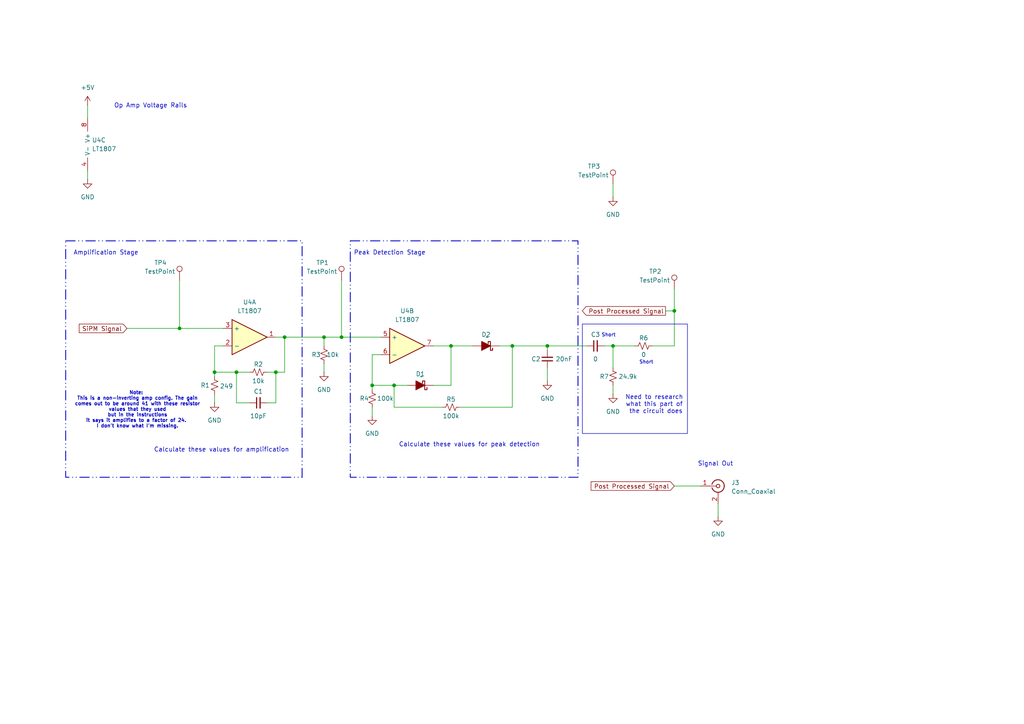
<source format=kicad_sch>
(kicad_sch (version 20250114) (generator "eeschema") (generator_version "9.0")
  (paper "A4")
  (lib_symbols
    (symbol "Connector:Conn_Coaxial" (pin_names (offset 1.016) (hide yes))
      (property "Reference" "J" (at 0.254 3.048 0))
      (property "Value" "Conn_Coaxial" (at 2.921 0 90))
      (symbol "Conn_Coaxial_0_1"
        (polyline (pts (xy -2.54 0) (xy -0.508 0)))
        (arc (start 1.778 0) (mid 0.222 -1.8079) (end -1.778 -0.508) (stroke (width 0.254)))
        (arc (start -1.778 0.508) (mid 0.2221 1.8084) (end 1.778 0) (stroke (width 0.254)))
        (circle (center 0 0) (radius 0.508) (stroke (width 0.2032)))
        (polyline (pts (xy 0 -2.54) (xy 0 -1.778)))
      )
      (symbol "Conn_Coaxial_1_1"
        (pin passive line (at -5.08 0 0) (length 2.54) (name "In") (number "1"))
        (pin passive line (at 0 -5.08 90) (length 2.54) (name "Ext") (number "2"))
      )
    )
    (symbol "Connector:TestPoint" (pin_numbers (hide yes)) (pin_names (offset 0.762) (hide yes))
      (property "Reference" "TP" (at 0 6.858 0))
      (property "Value" "TestPoint" (at 0 5.08 0))
      (symbol "TestPoint_0_1"
        (circle (center 0 3.302) (radius 0.762))
      )
      (symbol "TestPoint_1_1"
        (pin passive line (at 0 0 90) (length 2.54) (name "1") (number "1"))
      )
    )
    (symbol "Device:C_Small" (pin_numbers (hide yes)) (pin_names (offset 0.254) (hide yes))
      (property "Reference" "C" (at 0.254 1.778 0))
      (property "Value" "C_Small" (at 0.254 -2.032 0))
      (symbol "C_Small_0_1"
        (polyline (pts (xy -1.524 0.508) (xy 1.524 0.508)) (stroke (width 0.3048)))
        (polyline (pts (xy -1.524 -0.508) (xy 1.524 -0.508)) (stroke (width 0.3302)))
      )
      (symbol "C_Small_1_1"
        (pin passive line (at 0 2.54 270) (length 2.032) (name "~") (number "1"))
        (pin passive line (at 0 -2.54 90) (length 2.032) (name "~") (number "2"))
      )
    )
    (symbol "Device:D_Schottky_Filled" (pin_numbers (hide yes)) (pin_names (offset 1.016) (hide yes))
      (property "Reference" "D" (at 0 2.54 0))
      (property "Value" "D_Schottky_Filled" (at 0 -2.54 0))
      (symbol "D_Schottky_Filled_0_1"
        (polyline (pts (xy -1.905 0.635) (xy -1.905 1.27) (xy -1.27 1.27) (xy -1.27 -1.27) (xy -0.635 -1.27) (xy -0.635 -0.635)) (stroke (width 0.254)))
        (polyline (pts (xy 1.27 1.27) (xy 1.27 -1.27) (xy -1.27 0) (xy 1.27 1.27)) (stroke (width 0.254)) (fill (type outline)))
        (polyline (pts (xy 1.27 0) (xy -1.27 0)))
      )
      (symbol "D_Schottky_Filled_1_1"
        (pin passive line (at -3.81 0 0) (length 2.54) (name "K") (number "1"))
        (pin passive line (at 3.81 0 180) (length 2.54) (name "A") (number "2"))
      )
    )
    (symbol "Device:Opamp_Dual"
      (property "Reference" "U" (at 0 5.08 0))
      (property "Value" "Opamp_Dual" (at 0 -5.08 0))
      (symbol "Opamp_Dual_1_1"
        (polyline (pts (xy -5.08 5.08) (xy 5.08 0) (xy -5.08 -5.08) (xy -5.08 5.08)) (stroke (width 0.254)) (fill (type background)))
        (pin input line (at -7.62 2.54 0) (length 2.54) (name "+") (number "3"))
        (pin input line (at -7.62 -2.54 0) (length 2.54) (name "-") (number "2"))
        (pin output line (at 7.62 0 180) (length 2.54) (name "~") (number "1"))
      )
      (symbol "Opamp_Dual_2_1"
        (polyline (pts (xy -5.08 5.08) (xy 5.08 0) (xy -5.08 -5.08) (xy -5.08 5.08)) (stroke (width 0.254)) (fill (type background)))
        (pin input line (at -7.62 2.54 0) (length 2.54) (name "+") (number "5"))
        (pin input line (at -7.62 -2.54 0) (length 2.54) (name "-") (number "6"))
        (pin output line (at 7.62 0 180) (length 2.54) (name "~") (number "7"))
      )
      (symbol "Opamp_Dual_3_1"
        (pin power_in line (at -2.54 7.62 270) (length 3.81) (name "V+") (number "8"))
        (pin power_in line (at -2.54 -7.62 90) (length 3.81) (name "V-") (number "4"))
      )
    )
    (symbol "Device:R_Small_US" (pin_numbers (hide yes)) (pin_names (offset 0.254) (hide yes))
      (property "Reference" "R" (at 0.762 0.508 0))
      (property "Value" "R_Small_US" (at 0.762 -1.016 0))
      (symbol "R_Small_US_1_1"
        (polyline (pts (xy 0 1.524) (xy 1.016 1.143) (xy 0 0.762) (xy -1.016 0.381) (xy 0 0)))
        (polyline (pts (xy 0 0) (xy 1.016 -0.381) (xy 0 -0.762) (xy -1.016 -1.143) (xy 0 -1.524)))
        (pin passive line (at 0 2.54 270) (length 1.016) (name "~") (number "1"))
        (pin passive line (at 0 -2.54 90) (length 1.016) (name "~") (number "2"))
      )
    )
    (symbol "power:+5V" (power) (pin_numbers (hide yes)) (pin_names (offset 0) (hide yes))
      (property "Value" "+5V" (at 0 3.556 0))
      (symbol "+5V_0_1"
        (polyline (pts (xy -0.762 1.27) (xy 0 2.54)))
        (polyline (pts (xy 0 2.54) (xy 0.762 1.27)))
        (polyline (pts (xy 0 0) (xy 0 2.54)))
      )
      (symbol "+5V_1_1"
        (pin power_in line (at 0 0 90) (length 0) (name "~") (number "1"))
      )
    )
    (symbol "power:GND" (power) (pin_numbers (hide yes)) (pin_names (offset 0) (hide yes))
      (property "Value" "GND" (at 0 -3.81 0))
      (symbol "GND_0_1"
        (polyline (pts (xy 0 0) (xy 0 -1.27) (xy 1.27 -1.27) (xy 0 -2.54) (xy -1.27 -1.27) (xy 0 -1.27)))
      )
      (symbol "GND_1_1"
        (pin power_in line (at 0 0 270) (length 0) (name "~") (number "1"))
      )
    )
  )
  (rectangle (start 19.05 69.85) (end 87.63 138.43) (stroke (width 0.25) (type dash_dot_dot)))
  (rectangle (start 168.91 93.98) (end 199.39 125.73))
  (rectangle (start 101.6 69.85) (end 167.64 138.43) (stroke (width 0.25) (type dash_dot_dot)))
  (text "Calculate these values for amplification" (at 64.262 130.556 0) (effects (font (size 1.27 1.27))))
  (text "Need to research \nwhat this part of \nthe circuit does" (at 190.246 117.348 0) (effects (font (size 1.27 1.27))))
  (text "Calculate these values for peak detection" (at 136.144 129.032 0) (effects (font (size 1.27 1.27))))
  (text "Op Amp Voltage Rails" (at 43.688 30.734 0) (effects (font (size 1.27 1.27))))
  (text "Note: \nThis is a non-inverting amp config. The gain\ncomes out to be around 41 with these resistor\nvalues that they used\nbut in the instructions\nit says it amplifies to a factor of 24. \nI don't know what I'm missing." (at 39.878 118.872 0) (effects (font (size 1 1) (thickness 0.2) (bold yes))))
  (text "Amplification Stage\n" (at 30.734 73.406 0) (effects (font (size 1.27 1.27))))
  (text "Signal Out" (at 207.518 134.62 0) (effects (font (size 1.27 1.27))))
  (text "Short" (at 176.53 97.282 0) (effects (font (size 1 1))))
  (text "Short" (at 187.452 105.156 0) (effects (font (size 1 1))))
  (text "Peak Detection Stage\n" (at 113.03 73.406 0) (effects (font (size 1.27 1.27))))
  (junction (at 148.59 100.33))
  (junction (at 93.98 97.79))
  (junction (at 158.75 100.33))
  (junction (at 130.81 100.33))
  (junction (at 177.8 100.33))
  (junction (at 114.3 111.76))
  (junction (at 82.55 97.79))
  (junction (at 68.58 107.95))
  (junction (at 62.23 107.95))
  (junction (at 107.95 111.76))
  (junction (at 80.01 107.95))
  (junction (at 195.58 90.17))
  (junction (at 52.07 95.25))
  (junction (at 99.06 97.79))
  (wire (pts (xy 68.58 107.95) (xy 68.58 116.84)))
  (wire (pts (xy 62.23 107.95) (xy 68.58 107.95)))
  (wire (pts (xy 93.98 97.79) (xy 93.98 100.33)))
  (wire (pts (xy 77.47 107.95) (xy 80.01 107.95)))
  (wire (pts (xy 158.75 100.33) (xy 158.75 101.6)))
  (wire (pts (xy 189.23 100.33) (xy 195.58 100.33)))
  (wire (pts (xy 133.35 118.11) (xy 148.59 118.11)))
  (wire (pts (xy 177.8 53.34) (xy 177.8 57.15)))
  (wire (pts (xy 193.04 90.17) (xy 195.58 90.17)))
  (wire (pts (xy 25.4 30.48) (xy 25.4 34.29)))
  (wire (pts (xy 195.58 140.97) (xy 203.2 140.97)))
  (wire (pts (xy 68.58 116.84) (xy 72.39 116.84)))
  (wire (pts (xy 68.58 107.95) (xy 72.39 107.95)))
  (wire (pts (xy 93.98 97.79) (xy 99.06 97.79)))
  (wire (pts (xy 62.23 114.3) (xy 62.23 116.84)))
  (wire (pts (xy 77.47 116.84) (xy 80.01 116.84)))
  (wire (pts (xy 177.8 111.76) (xy 177.8 114.3)))
  (wire (pts (xy 195.58 90.17) (xy 195.58 100.33)))
  (wire (pts (xy 36.83 95.25) (xy 52.07 95.25)))
  (wire (pts (xy 130.81 111.76) (xy 130.81 100.33)))
  (wire (pts (xy 128.27 118.11) (xy 114.3 118.11)))
  (wire (pts (xy 107.95 111.76) (xy 107.95 113.03)))
  (wire (pts (xy 208.28 146.05) (xy 208.28 149.86)))
  (wire (pts (xy 64.77 100.33) (xy 62.23 100.33)))
  (wire (pts (xy 52.07 81.28) (xy 52.07 95.25)))
  (wire (pts (xy 107.95 102.87) (xy 107.95 111.76)))
  (wire (pts (xy 99.06 97.79) (xy 110.49 97.79)))
  (wire (pts (xy 125.73 100.33) (xy 130.81 100.33)))
  (wire (pts (xy 80.01 97.79) (xy 82.55 97.79)))
  (wire (pts (xy 52.07 95.25) (xy 64.77 95.25)))
  (wire (pts (xy 99.06 81.28) (xy 99.06 97.79)))
  (wire (pts (xy 130.81 100.33) (xy 137.16 100.33)))
  (wire (pts (xy 114.3 118.11) (xy 114.3 111.76)))
  (wire (pts (xy 107.95 111.76) (xy 114.3 111.76)))
  (wire (pts (xy 80.01 107.95) (xy 82.55 107.95)))
  (wire (pts (xy 125.73 111.76) (xy 130.81 111.76)))
  (wire (pts (xy 158.75 106.68) (xy 158.75 110.49)))
  (wire (pts (xy 148.59 100.33) (xy 148.59 118.11)))
  (wire (pts (xy 62.23 107.95) (xy 62.23 109.22)))
  (wire (pts (xy 62.23 100.33) (xy 62.23 107.95)))
  (wire (pts (xy 80.01 116.84) (xy 80.01 107.95)))
  (wire (pts (xy 144.78 100.33) (xy 148.59 100.33)))
  (wire (pts (xy 195.58 83.82) (xy 195.58 90.17)))
  (wire (pts (xy 158.75 100.33) (xy 170.18 100.33)))
  (wire (pts (xy 25.4 49.53) (xy 25.4 52.07)))
  (wire (pts (xy 110.49 102.87) (xy 107.95 102.87)))
  (wire (pts (xy 175.26 100.33) (xy 177.8 100.33)))
  (wire (pts (xy 107.95 118.11) (xy 107.95 120.65)))
  (wire (pts (xy 177.8 100.33) (xy 184.15 100.33)))
  (wire (pts (xy 148.59 100.33) (xy 158.75 100.33)))
  (wire (pts (xy 93.98 105.41) (xy 93.98 107.95)))
  (wire (pts (xy 177.8 100.33) (xy 177.8 106.68)))
  (wire (pts (xy 82.55 107.95) (xy 82.55 97.79)))
  (wire (pts (xy 82.55 97.79) (xy 93.98 97.79)))
  (wire (pts (xy 114.3 111.76) (xy 118.11 111.76)))
  (global_label "SiPM Signal" (shape input) (at 36.83 95.25 180) (property "Intersheetrefs" "${INTERSHEET_REFS}" (effects (hide yes))))
  (global_label "Post Processed Signal" (shape output) (at 193.04 90.17 180) (property "Intersheetrefs" "${INTERSHEET_REFS}" (effects (hide yes))))
  (global_label "Post Processed Signal" (shape input) (at 195.58 140.97 180) (property "Intersheetrefs" "${INTERSHEET_REFS}" (effects (hide yes))))
  (symbol (lib_id "Device:C_Small") (at 74.93 116.84 90) (unit 1)
    (property "Reference" "C1" (at 74.93 113.538 90))
    (property "Value" "10pF" (at 74.93 120.65 90))
    (property "Description" "Unpolarized capacitor, small symbol" (effects (hide yes)))
  )
  (symbol (lib_id "Connector:TestPoint") (at 195.58 83.82 0) (unit 1)
    (property "Reference" "TP2" (at 188.214 78.74 0) (effects (justify left)))
    (property "Value" "TestPoint" (at 185.42 81.28 0) (effects (justify left)))
    (property "Description" "test point" (effects (hide yes)))
  )
  (symbol (lib_id "Device:C_Small") (at 172.72 100.33 90) (unit 1)
    (property "Reference" "C3" (at 172.72 97.028 90))
    (property "Value" "0" (at 172.72 104.14 90))
    (property "Description" "Unpolarized capacitor, small symbol" (effects (hide yes)))
  )
  (symbol (lib_id "Device:R_Small_US") (at 74.93 107.95 90) (unit 1)
    (property "Reference" "R2" (at 74.93 105.664 90))
    (property "Value" "10k" (at 74.93 110.49 90))
    (property "Description" "Resistor, small US symbol" (effects (hide yes)))
  )
  (symbol (lib_id "Device:Opamp_Dual") (at 72.39 97.79 0) (unit 1)
    (property "Reference" "U4" (at 72.39 87.63 0))
    (property "Value" "LT1807" (at 72.39 90.17 0))
    (property "Description" "Dual operational amplifier" (effects (hide yes)))
    (property "Sim.Library" "${KICAD7_SYMBOL_DIR}/Simulation_SPICE.sp" (effects (hide yes)))
    (property "Sim.Name" "kicad_builtin_opamp_dual" (effects (hide yes)))
    (property "Sim.Device" "SUBCKT" (effects (hide yes)))
    (property "Sim.Pins" "1=out1 2=in1- 3=in1+ 4=vee 5=in2+ 6=in2- 7=out2 8=vcc" (effects (hide yes)))
  )
  (symbol (lib_id "power:GND") (at 107.95 120.65 0) (unit 1)
    (property "Reference" "#PWR08" (effects (hide yes)))
    (property "Value" "GND" (at 107.95 125.73 0))
    (property "Description" "Power symbol creates a global label with name \"GND\" , ground" (effects (hide yes)))
  )
  (symbol (lib_id "power:GND") (at 158.75 110.49 0) (unit 1)
    (property "Reference" "#PWR09" (effects (hide yes)))
    (property "Value" "GND" (at 158.75 115.57 0))
    (property "Description" "Power symbol creates a global label with name \"GND\" , ground" (effects (hide yes)))
  )
  (symbol (lib_id "Device:R_Small_US") (at 177.8 109.22 180) (unit 1)
    (property "Reference" "R7" (at 175.26 109.22 0))
    (property "Value" "24.9k" (at 182.118 109.22 0))
    (property "Description" "Resistor, small US symbol" (effects (hide yes)))
  )
  (symbol (lib_id "Connector:TestPoint") (at 52.07 81.28 0) (unit 1)
    (property "Reference" "TP4" (at 44.704 76.2 0) (effects (justify left)))
    (property "Value" "TestPoint" (at 41.91 78.74 0) (effects (justify left)))
    (property "Description" "test point" (effects (hide yes)))
  )
  (symbol (lib_id "Connector:Conn_Coaxial") (at 208.28 140.97 0) (unit 1)
    (property "Reference" "J3" (at 212.09 139.9931 0) (effects (justify left)))
    (property "Value" "Conn_Coaxial" (at 212.09 142.5331 0) (effects (justify left)))
    (property "Description" "coaxial connector (BNC, SMA, SMB, SMC, Cinch/RCA, LEMO, ...)" (effects (hide yes)))
  )
  (symbol (lib_id "power:GND") (at 177.8 57.15 0) (unit 1)
    (property "Reference" "#PWR024" (effects (hide yes)))
    (property "Value" "GND" (at 177.8 62.23 0))
    (property "Description" "Power symbol creates a global label with name \"GND\" , ground" (effects (hide yes)))
  )
  (symbol (lib_id "power:GND") (at 93.98 107.95 0) (unit 1)
    (property "Reference" "#PWR07" (effects (hide yes)))
    (property "Value" "GND" (at 93.98 113.03 0))
    (property "Description" "Power symbol creates a global label with name \"GND\" , ground" (effects (hide yes)))
  )
  (symbol (lib_id "power:GND") (at 208.28 149.86 0) (unit 1)
    (property "Reference" "#PWR03" (effects (hide yes)))
    (property "Value" "GND" (at 208.28 154.94 0))
    (property "Description" "Power symbol creates a global label with name \"GND\" , ground" (effects (hide yes)))
  )
  (symbol (lib_id "Device:R_Small_US") (at 130.81 118.11 90) (unit 1)
    (property "Reference" "R5" (at 130.81 115.824 90))
    (property "Value" "100k" (at 130.81 120.65 90))
    (property "Description" "Resistor, small US symbol" (effects (hide yes)))
  )
  (symbol (lib_id "Device:C_Small") (at 158.75 104.14 180) (unit 1)
    (property "Reference" "C2" (at 155.448 104.14 0))
    (property "Value" "20nF" (at 163.576 104.14 0))
    (property "Description" "Unpolarized capacitor, small symbol" (effects (hide yes)))
  )
  (symbol (lib_id "Device:R_Small_US") (at 107.95 115.57 180) (unit 1)
    (property "Reference" "R4" (at 105.664 115.57 0))
    (property "Value" "100k" (at 111.76 115.57 0))
    (property "Description" "Resistor, small US symbol" (effects (hide yes)))
  )
  (symbol (lib_id "Device:Opamp_Dual") (at 118.11 100.33 0) (unit 2)
    (property "Reference" "U4" (at 118.11 90.17 0))
    (property "Value" "LT1807" (at 118.11 92.71 0))
    (property "Description" "Dual operational amplifier" (effects (hide yes)))
    (property "Sim.Library" "${KICAD7_SYMBOL_DIR}/Simulation_SPICE.sp" (effects (hide yes)))
    (property "Sim.Name" "kicad_builtin_opamp_dual" (effects (hide yes)))
    (property "Sim.Device" "SUBCKT" (effects (hide yes)))
    (property "Sim.Pins" "1=out1 2=in1- 3=in1+ 4=vee 5=in2+ 6=in2- 7=out2 8=vcc" (effects (hide yes)))
  )
  (symbol (lib_id "power:+5V") (at 25.4 30.48 0) (unit 1)
    (property "Reference" "#PWR05" (effects (hide yes)))
    (property "Value" "+5V" (at 25.4 25.4 0))
    (property "Description" "Power symbol creates a global label with name \"+5V\"" (effects (hide yes)))
  )
  (symbol (lib_id "Connector:TestPoint") (at 99.06 81.28 0) (unit 1)
    (property "Reference" "TP1" (at 91.694 76.2 0) (effects (justify left)))
    (property "Value" "TestPoint" (at 88.9 78.74 0) (effects (justify left)))
    (property "Description" "test point" (effects (hide yes)))
  )
  (symbol (lib_id "power:GND") (at 25.4 52.07 0) (unit 1)
    (property "Reference" "#PWR04" (effects (hide yes)))
    (property "Value" "GND" (at 25.4 57.15 0))
    (property "Description" "Power symbol creates a global label with name \"GND\" , ground" (effects (hide yes)))
  )
  (symbol (lib_id "Device:R_Small_US") (at 62.23 111.76 0) (unit 1)
    (property "Reference" "R1" (at 58.166 111.76 0) (effects (justify left)))
    (property "Value" "249" (at 63.754 112.014 0) (effects (justify left)))
    (property "Description" "Resistor, small US symbol" (effects (hide yes)))
  )
  (symbol (lib_id "Device:R_Small_US") (at 93.98 102.87 180) (unit 1)
    (property "Reference" "R3" (at 91.694 102.87 0))
    (property "Value" "10k" (at 96.52 102.87 0))
    (property "Description" "Resistor, small US symbol" (effects (hide yes)))
  )
  (symbol (lib_id "Connector:TestPoint") (at 177.8 53.34 0) (unit 1)
    (property "Reference" "TP3" (at 170.434 48.26 0) (effects (justify left)))
    (property "Value" "TestPoint" (at 167.64 50.8 0) (effects (justify left)))
    (property "Description" "test point" (effects (hide yes)))
  )
  (symbol (lib_id "Device:R_Small_US") (at 186.69 100.33 90) (unit 1)
    (property "Reference" "R6" (at 186.69 98.044 90))
    (property "Value" "0" (at 186.69 102.87 90))
    (property "Description" "Resistor, small US symbol" (effects (hide yes)))
  )
  (symbol (lib_id "Device:D_Schottky_Filled") (at 121.92 111.76 180) (unit 1)
    (property "Reference" "D1" (at 121.92 108.458 0))
    (property "Value" "~" (at 122.2375 109.22 0))
    (property "Description" "Schottky diode, filled shape" (effects (hide yes)))
  )
  (symbol (lib_id "Device:D_Schottky_Filled") (at 140.97 100.33 180) (unit 1)
    (property "Reference" "D2" (at 140.97 97.028 0))
    (property "Value" "~" (at 141.2875 97.79 0))
    (property "Description" "Schottky diode, filled shape" (effects (hide yes)))
  )
  (symbol (lib_id "Device:Opamp_Dual") (at 27.94 41.91 0) (unit 3)
    (property "Reference" "U4" (at 26.67 40.6399 0) (effects (justify left)))
    (property "Value" "LT1807" (at 26.67 43.1799 0) (effects (justify left)))
    (property "Description" "Dual operational amplifier" (effects (hide yes)))
    (property "Sim.Library" "${KICAD7_SYMBOL_DIR}/Simulation_SPICE.sp" (effects (hide yes)))
    (property "Sim.Name" "kicad_builtin_opamp_dual" (effects (hide yes)))
    (property "Sim.Device" "SUBCKT" (effects (hide yes)))
    (property "Sim.Pins" "1=out1 2=in1- 3=in1+ 4=vee 5=in2+ 6=in2- 7=out2 8=vcc" (effects (hide yes)))
  )
  (symbol (lib_id "power:GND") (at 62.23 116.84 0) (unit 1)
    (property "Reference" "#PWR06" (effects (hide yes)))
    (property "Value" "GND" (at 62.23 121.92 0))
    (property "Description" "Power symbol creates a global label with name \"GND\" , ground" (effects (hide yes)))
  )
  (symbol (lib_id "power:GND") (at 177.8 114.3 0) (unit 1)
    (property "Reference" "#PWR010" (effects (hide yes)))
    (property "Value" "GND" (at 177.8 119.38 0))
    (property "Description" "Power symbol creates a global label with name \"GND\" , ground" (effects (hide yes)))
  )
)
</source>
